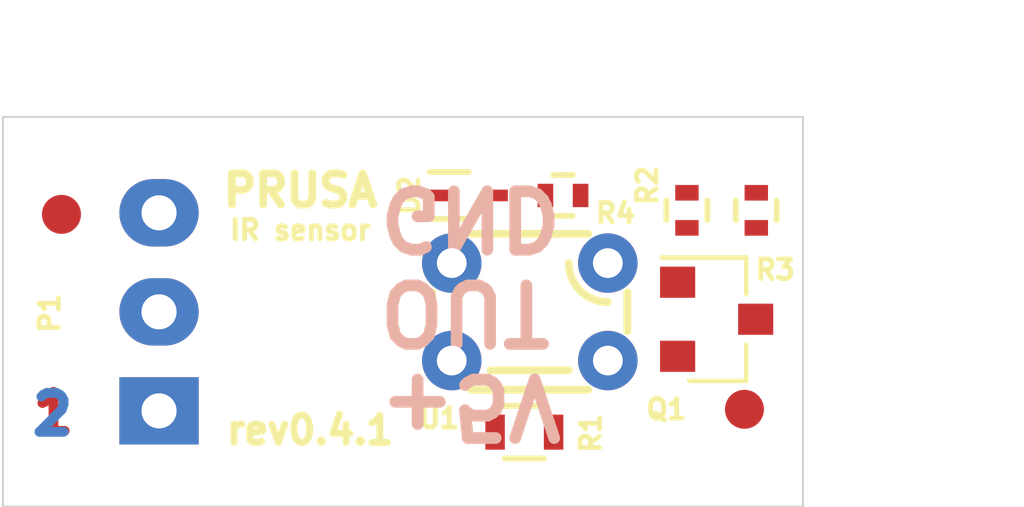
<source format=kicad_pcb>
(kicad_pcb (version 20171130) (host pcbnew 5.1.8+dfsg1-1+b1)

  (general
    (thickness 1.6)
    (drawings 12)
    (tracks 56)
    (zones 0)
    (modules 11)
    (nets 7)
  )

  (page A4)
  (title_block
    (title "IR sensor")
    (date 2020-06-24)
    (rev 0.4.1)
    (company "PRUSA RESEARCH s.r.o")
    (comment 1 http://creativecommons.org/licenses/by-sa/4.0/)
    (comment 2 "Licensed under the Attribution-ShareAlike 4.0 International (CC BY-SA 4.0)")
  )

  (layers
    (0 F.Cu signal)
    (31 B.Cu signal)
    (32 B.Adhes user)
    (33 F.Adhes user)
    (34 B.Paste user)
    (35 F.Paste user)
    (36 B.SilkS user)
    (37 F.SilkS user)
    (38 B.Mask user)
    (39 F.Mask user)
    (40 Dwgs.User user)
    (41 Cmts.User user)
    (42 Eco1.User user)
    (43 Eco2.User user)
    (44 Edge.Cuts user)
    (45 Margin user)
    (46 B.CrtYd user hide)
    (47 F.CrtYd user)
    (48 B.Fab user hide)
    (49 F.Fab user hide)
  )

  (setup
    (last_trace_width 0.25)
    (user_trace_width 0.2)
    (user_trace_width 0.5)
    (trace_clearance 0.2)
    (zone_clearance 0.2)
    (zone_45_only no)
    (trace_min 0.2)
    (via_size 0.8)
    (via_drill 0.4)
    (via_min_size 0.4)
    (via_min_drill 0.3)
    (user_via 1.2 0.5)
    (uvia_size 0.3)
    (uvia_drill 0.1)
    (uvias_allowed no)
    (uvia_min_size 0.2)
    (uvia_min_drill 0.1)
    (edge_width 0.05)
    (segment_width 0.2)
    (pcb_text_width 0.3)
    (pcb_text_size 1.5 1.5)
    (mod_edge_width 0.12)
    (mod_text_size 1 1)
    (mod_text_width 0.15)
    (pad_size 2.032 1.7272)
    (pad_drill 0.9)
    (pad_to_mask_clearance 0.02)
    (solder_mask_min_width 0.25)
    (aux_axis_origin 0 0)
    (visible_elements FFFFFF7F)
    (pcbplotparams
      (layerselection 0x010f8_ffffffff)
      (usegerberextensions true)
      (usegerberattributes false)
      (usegerberadvancedattributes false)
      (creategerberjobfile false)
      (excludeedgelayer true)
      (linewidth 0.100000)
      (plotframeref false)
      (viasonmask false)
      (mode 1)
      (useauxorigin false)
      (hpglpennumber 1)
      (hpglpenspeed 20)
      (hpglpendiameter 15.000000)
      (psnegative false)
      (psa4output false)
      (plotreference true)
      (plotvalue true)
      (plotinvisibletext false)
      (padsonsilk false)
      (subtractmaskfromsilk false)
      (outputformat 1)
      (mirror false)
      (drillshape 0)
      (scaleselection 1)
      (outputdirectory "gerber/"))
  )

  (net 0 "")
  (net 1 "Net-(P1-Pad1)")
  (net 2 "Net-(P1-Pad2)")
  (net 3 "Net-(R1-Pad1)")
  (net 4 "Net-(Q1-Pad1)")
  (net 5 "Net-(D2-Pad1)")
  (net 6 /GND)

  (net_class Default "Toto je výchozí třída sítě."
    (clearance 0.2)
    (trace_width 0.25)
    (via_dia 0.8)
    (via_drill 0.4)
    (uvia_dia 0.3)
    (uvia_drill 0.1)
    (add_net /GND)
    (add_net "Net-(D2-Pad1)")
    (add_net "Net-(P1-Pad1)")
    (add_net "Net-(P1-Pad2)")
    (add_net "Net-(Q1-Pad1)")
    (add_net "Net-(R1-Pad1)")
  )

  (module Resistors_SMD:R_0402 (layer F.Cu) (tedit 58307A8A) (tstamp 5D1DAE39)
    (at 14.351 -6.985)
    (descr "Resistor SMD 0402, reflow soldering, Vishay (see dcrcw.pdf)")
    (tags "resistor 0402")
    (path /5D1DA941)
    (attr smd)
    (fp_text reference R4 (at 1.3462 0.4572) (layer F.SilkS)
      (effects (font (size 0.5 0.5) (thickness 0.15)))
    )
    (fp_text value 56k (at 0 1.8) (layer F.Fab)
      (effects (font (size 1 1) (thickness 0.15)))
    )
    (fp_line (start -0.25 0.525) (end 0.25 0.525) (layer F.SilkS) (width 0.15))
    (fp_line (start 0.25 -0.525) (end -0.25 -0.525) (layer F.SilkS) (width 0.15))
    (fp_line (start 0.95 -0.65) (end 0.95 0.65) (layer F.CrtYd) (width 0.05))
    (fp_line (start -0.95 -0.65) (end -0.95 0.65) (layer F.CrtYd) (width 0.05))
    (fp_line (start -0.95 0.65) (end 0.95 0.65) (layer F.CrtYd) (width 0.05))
    (fp_line (start -0.95 -0.65) (end 0.95 -0.65) (layer F.CrtYd) (width 0.05))
    (fp_line (start -0.5 -0.25) (end 0.5 -0.25) (layer F.Fab) (width 0.1))
    (fp_line (start 0.5 -0.25) (end 0.5 0.25) (layer F.Fab) (width 0.1))
    (fp_line (start 0.5 0.25) (end -0.5 0.25) (layer F.Fab) (width 0.1))
    (fp_line (start -0.5 0.25) (end -0.5 -0.25) (layer F.Fab) (width 0.1))
    (pad 1 smd rect (at -0.45 0) (size 0.4 0.6) (layers F.Cu F.Paste F.Mask)
      (net 5 "Net-(D2-Pad1)"))
    (pad 2 smd rect (at 0.45 0) (size 0.4 0.6) (layers F.Cu F.Paste F.Mask)
      (net 2 "Net-(P1-Pad2)"))
    (model ${KISYS3DMOD}/Resistor_SMD.3dshapes/R_0402_1005Metric.step
      (at (xyz 0 0 0))
      (scale (xyz 1 1 1))
      (rotate (xyz 0 0 0))
    )
  )

  (module Resistors_SMD:R_0402 (layer F.Cu) (tedit 58307A8A) (tstamp 5D1DAE2A)
    (at 19.304 -6.604 90)
    (descr "Resistor SMD 0402, reflow soldering, Vishay (see dcrcw.pdf)")
    (tags "resistor 0402")
    (path /5BE2C39F)
    (attr smd)
    (fp_text reference R3 (at -1.524 0.4826 180) (layer F.SilkS)
      (effects (font (size 0.5 0.5) (thickness 0.15)))
    )
    (fp_text value 10k (at 0 1.8 90) (layer F.Fab)
      (effects (font (size 1 1) (thickness 0.15)))
    )
    (fp_line (start -0.5 0.25) (end -0.5 -0.25) (layer F.Fab) (width 0.1))
    (fp_line (start 0.5 0.25) (end -0.5 0.25) (layer F.Fab) (width 0.1))
    (fp_line (start 0.5 -0.25) (end 0.5 0.25) (layer F.Fab) (width 0.1))
    (fp_line (start -0.5 -0.25) (end 0.5 -0.25) (layer F.Fab) (width 0.1))
    (fp_line (start -0.95 -0.65) (end 0.95 -0.65) (layer F.CrtYd) (width 0.05))
    (fp_line (start -0.95 0.65) (end 0.95 0.65) (layer F.CrtYd) (width 0.05))
    (fp_line (start -0.95 -0.65) (end -0.95 0.65) (layer F.CrtYd) (width 0.05))
    (fp_line (start 0.95 -0.65) (end 0.95 0.65) (layer F.CrtYd) (width 0.05))
    (fp_line (start 0.25 -0.525) (end -0.25 -0.525) (layer F.SilkS) (width 0.15))
    (fp_line (start -0.25 0.525) (end 0.25 0.525) (layer F.SilkS) (width 0.15))
    (pad 2 smd rect (at 0.45 0 90) (size 0.4 0.6) (layers F.Cu F.Paste F.Mask)
      (net 1 "Net-(P1-Pad1)"))
    (pad 1 smd rect (at -0.45 0 90) (size 0.4 0.6) (layers F.Cu F.Paste F.Mask)
      (net 2 "Net-(P1-Pad2)"))
    (model ${KISYS3DMOD}/Resistor_SMD.3dshapes/R_0402_1005Metric.step
      (at (xyz 0 0 0))
      (scale (xyz 1 1 1))
      (rotate (xyz 0 0 0))
    )
  )

  (module Resistors_SMD:R_0402 (layer F.Cu) (tedit 58307A8A) (tstamp 5D1DB41E)
    (at 17.526 -6.604 270)
    (descr "Resistor SMD 0402, reflow soldering, Vishay (see dcrcw.pdf)")
    (tags "resistor 0402")
    (path /5BD6C176)
    (attr smd)
    (fp_text reference R2 (at -0.635 1.016 270) (layer F.SilkS)
      (effects (font (size 0.5 0.5) (thickness 0.15)))
    )
    (fp_text value 10k (at 0 1.8 270) (layer F.Fab)
      (effects (font (size 1 1) (thickness 0.15)))
    )
    (fp_line (start -0.25 0.525) (end 0.25 0.525) (layer F.SilkS) (width 0.15))
    (fp_line (start 0.25 -0.525) (end -0.25 -0.525) (layer F.SilkS) (width 0.15))
    (fp_line (start 0.95 -0.65) (end 0.95 0.65) (layer F.CrtYd) (width 0.05))
    (fp_line (start -0.95 -0.65) (end -0.95 0.65) (layer F.CrtYd) (width 0.05))
    (fp_line (start -0.95 0.65) (end 0.95 0.65) (layer F.CrtYd) (width 0.05))
    (fp_line (start -0.95 -0.65) (end 0.95 -0.65) (layer F.CrtYd) (width 0.05))
    (fp_line (start -0.5 -0.25) (end 0.5 -0.25) (layer F.Fab) (width 0.1))
    (fp_line (start 0.5 -0.25) (end 0.5 0.25) (layer F.Fab) (width 0.1))
    (fp_line (start 0.5 0.25) (end -0.5 0.25) (layer F.Fab) (width 0.1))
    (fp_line (start -0.5 0.25) (end -0.5 -0.25) (layer F.Fab) (width 0.1))
    (pad 1 smd rect (at -0.45 0 270) (size 0.4 0.6) (layers F.Cu F.Paste F.Mask)
      (net 1 "Net-(P1-Pad1)"))
    (pad 2 smd rect (at 0.45 0 270) (size 0.4 0.6) (layers F.Cu F.Paste F.Mask)
      (net 4 "Net-(Q1-Pad1)"))
    (model ${KISYS3DMOD}/Resistor_SMD.3dshapes/R_0402_1005Metric.step
      (at (xyz 0 0 0))
      (scale (xyz 1 1 1))
      (rotate (xyz 0 0 0))
    )
  )

  (module ok1hra:SOD-523-ShortSilk (layer F.Cu) (tedit 5C9A2AB3) (tstamp 5D0CDF26)
    (at 11.938 -6.985)
    (descr "http://www.diodes.com/datasheets/ap02001.pdf p.144")
    (tags "Diode SOD523")
    (path /5D0C3FD7)
    (attr smd)
    (fp_text reference D2 (at -1.524 0 90) (layer F.SilkS)
      (effects (font (size 0.5 0.5) (thickness 0.15)))
    )
    (fp_text value BAT54KFILM (at 0 1.7) (layer F.Fab)
      (effects (font (size 1 1) (thickness 0.15)))
    )
    (fp_line (start 1.25 -0.75) (end 1.25 0.75) (layer F.CrtYd) (width 0.05))
    (fp_line (start -1.25 -0.75) (end 1.25 -0.75) (layer F.CrtYd) (width 0.05))
    (fp_line (start -1.25 0.75) (end -1.25 -0.75) (layer F.CrtYd) (width 0.05))
    (fp_line (start 1.25 0.75) (end -1.25 0.75) (layer F.CrtYd) (width 0.05))
    (fp_line (start 0.1 0) (end 0.25 0) (layer F.Fab) (width 0.15))
    (fp_line (start 0.1 -0.2) (end -0.2 0) (layer F.Fab) (width 0.15))
    (fp_line (start 0.1 0.2) (end 0.1 -0.2) (layer F.Fab) (width 0.15))
    (fp_line (start -0.2 0) (end 0.1 0.2) (layer F.Fab) (width 0.15))
    (fp_line (start -0.2 0) (end -0.35 0) (layer F.Fab) (width 0.15))
    (fp_line (start -0.2 0.2) (end -0.2 -0.2) (layer F.Fab) (width 0.15))
    (fp_line (start 0.6 -0.4) (end 0.6 0.4) (layer F.Fab) (width 0.15))
    (fp_line (start -0.6 -0.4) (end 0.6 -0.4) (layer F.Fab) (width 0.15))
    (fp_line (start -0.6 0.4) (end -0.6 -0.4) (layer F.Fab) (width 0.15))
    (fp_line (start 0.6 0.4) (end -0.6 0.4) (layer F.Fab) (width 0.15))
    (fp_line (start 0.000199 -0.6) (end -1 -0.6) (layer F.SilkS) (width 0.15))
    (fp_line (start -0.01 0.6) (end -1 0.6) (layer F.SilkS) (width 0.15))
    (pad 1 smd rect (at -0.675 0 180) (size 0.65 0.3) (layers F.Cu F.Paste F.Mask)
      (net 5 "Net-(D2-Pad1)"))
    (pad 2 smd rect (at 0.675 0 180) (size 0.65 0.3) (layers F.Cu F.Paste F.Mask)
      (net 6 /GND))
    (model ${KISYS3DMOD}/Diode_SMD.3dshapes/D_SOD-523.step
      (at (xyz 0 0 0))
      (scale (xyz 1 1 1))
      (rotate (xyz 0 0 0))
    )
  )

  (module Fiducials:Fiducial_1mm_Dia_2.54mm_Outer_CopperTop (layer F.Cu) (tedit 0) (tstamp 5C1CE6B1)
    (at 19 -1.5)
    (descr "Circular Fiducial, 1mm bare copper top; 2.54mm keepout")
    (tags marker)
    (attr smd)
    (fp_text reference REF** (at 3.4 0.7) (layer F.SilkS) hide
      (effects (font (size 0.5 0.5) (thickness 0.15)))
    )
    (fp_text value Fiducial_1mm_Dia_2.54mm_Outer_CopperTop (at 0 -1.8) (layer F.Fab)
      (effects (font (size 1 1) (thickness 0.15)))
    )
    (fp_circle (center 0 0) (end 1.55 0) (layer F.CrtYd) (width 0.05))
    (pad ~ smd circle (at 0 0) (size 1 1) (layers F.Cu F.Mask)
      (solder_mask_margin 0.77) (clearance 0.77))
  )

  (module TO_SOT_Packages_SMD:SOT-23 (layer F.Cu) (tedit 583F39EB) (tstamp 5BE18B2F)
    (at 18.288 -3.81)
    (descr "SOT-23, Standard")
    (tags SOT-23)
    (path /5BE32902)
    (attr smd)
    (fp_text reference Q1 (at -1.288 2.31 180) (layer F.SilkS)
      (effects (font (size 0.5 0.5) (thickness 0.15)))
    )
    (fp_text value 2N7002KT1G (at 0 2.5) (layer F.Fab)
      (effects (font (size 1 1) (thickness 0.15)))
    )
    (fp_line (start 0.76 1.58) (end 0.76 0.65) (layer F.SilkS) (width 0.12))
    (fp_line (start 0.76 -1.58) (end 0.76 -0.65) (layer F.SilkS) (width 0.12))
    (fp_line (start 0.7 -1.52) (end 0.7 1.52) (layer F.Fab) (width 0.15))
    (fp_line (start -0.7 1.52) (end 0.7 1.52) (layer F.Fab) (width 0.15))
    (fp_line (start -1.7 -1.75) (end 1.7 -1.75) (layer F.CrtYd) (width 0.05))
    (fp_line (start 1.7 -1.75) (end 1.7 1.75) (layer F.CrtYd) (width 0.05))
    (fp_line (start 1.7 1.75) (end -1.7 1.75) (layer F.CrtYd) (width 0.05))
    (fp_line (start -1.7 1.75) (end -1.7 -1.75) (layer F.CrtYd) (width 0.05))
    (fp_line (start 0.76 -1.58) (end -1.4 -1.58) (layer F.SilkS) (width 0.12))
    (fp_line (start -0.7 -1.52) (end 0.7 -1.52) (layer F.Fab) (width 0.15))
    (fp_line (start -0.7 -1.52) (end -0.7 1.52) (layer F.Fab) (width 0.15))
    (fp_line (start 0.76 1.58) (end -0.7 1.58) (layer F.SilkS) (width 0.12))
    (pad 3 smd rect (at 1 0) (size 0.9 0.8) (layers F.Cu F.Paste F.Mask)
      (net 2 "Net-(P1-Pad2)"))
    (pad 2 smd rect (at -1 0.95) (size 0.9 0.8) (layers F.Cu F.Paste F.Mask)
      (net 6 /GND))
    (pad 1 smd rect (at -1 -0.95) (size 0.9 0.8) (layers F.Cu F.Paste F.Mask)
      (net 4 "Net-(Q1-Pad1)"))
    (model ${KISYS3DMOD}/Package_TO_SOT_SMD.3dshapes/SOT-23.step
      (at (xyz 0 0 0))
      (scale (xyz 1 1 1))
      (rotate (xyz 0 0 0))
    )
  )

  (module Mounting_Holes:MountingHole_2.2mm_M2 (layer F.Cu) (tedit 56D1B4CB) (tstamp 5BDDDE11)
    (at 7.5 -4)
    (descr "Mounting Hole 2.2mm, no annular, M2")
    (tags "mounting hole 2.2mm no annular m2")
    (attr virtual)
    (fp_text reference REF** (at 0 -3.2) (layer F.SilkS) hide
      (effects (font (size 0.5 0.5) (thickness 0.15)))
    )
    (fp_text value MountingHole_2.2mm_M2 (at 0 3.2) (layer F.Fab)
      (effects (font (size 1 1) (thickness 0.15)))
    )
    (fp_circle (center 0 0) (end 2.2 0) (layer Cmts.User) (width 0.15))
    (fp_circle (center 0 0) (end 2.45 0) (layer F.CrtYd) (width 0.05))
    (pad 1 np_thru_hole circle (at 0 0) (size 2.2 2.2) (drill 2.2) (layers *.Cu *.Mask))
  )

  (module ok1hra:IR-EE-SX1103 (layer F.Cu) (tedit 5BE00A7C) (tstamp 5BDF18B2)
    (at 13.5 -4 180)
    (path /5BD7084A)
    (fp_text reference U1 (at 2.324 -2.73 180) (layer F.SilkS)
      (effects (font (size 0.5 0.5) (thickness 0.15)))
    )
    (fp_text value EE-SX1103 (at 0 0 180) (layer F.Fab)
      (effects (font (size 0.5 0.5) (thickness 0.125)))
    )
    (fp_line (start -1.5 -2) (end 1.5 -2) (layer F.SilkS) (width 0.2))
    (fp_line (start 2.5 -0.5) (end 2.5 0.5) (layer F.SilkS) (width 0.2))
    (fp_line (start 1.5 2) (end -1.5 2) (layer F.SilkS) (width 0.2))
    (fp_line (start -2.5 -0.5) (end -2.5 0.5) (layer F.SilkS) (width 0.2))
    (fp_line (start -1 -1.5) (end 1 -1.5) (layer F.SilkS) (width 0.2))
    (fp_line (start -2.921 -2.159) (end 2.921 -2.159) (layer F.CrtYd) (width 0.1))
    (fp_line (start 2.921 -2.159) (end 2.921 2.159) (layer F.CrtYd) (width 0.1))
    (fp_line (start 2.921 2.159) (end -2.921 2.159) (layer F.CrtYd) (width 0.1))
    (fp_line (start -2.921 2.159) (end -2.921 -2.159) (layer F.CrtYd) (width 0.1))
    (fp_arc (start -2 1.25) (end -1 1.25) (angle -90) (layer F.SilkS) (width 0.2))
    (pad 3 thru_hole circle (at 2 -1.25 180) (size 1.524 1.524) (drill 0.762) (layers *.Cu *.Mask)
      (net 6 /GND))
    (pad 4 thru_hole circle (at 2 1.25 180) (size 1.524 1.524) (drill 0.762) (layers *.Cu *.Mask)
      (net 4 "Net-(Q1-Pad1)"))
    (pad 1 thru_hole circle (at -2 1.25 180) (size 1.524 1.524) (drill 0.762) (layers *.Cu *.Mask)
      (net 3 "Net-(R1-Pad1)"))
    (pad 2 thru_hole circle (at -2 -1.25 180) (size 1.524 1.524) (drill 0.762) (layers *.Cu *.Mask)
      (net 6 /GND))
    (model /home/dan/kicad/hra/lib/ok1hra3d/EE-SX1103.step
      (offset (xyz -2.5 -2 0))
      (scale (xyz 1 1 1))
      (rotate (xyz 0 0 0))
    )
  )

  (module Pin_Headers:Pin_Header_Angled_1x03 (layer F.Cu) (tedit 5DC2C4BD) (tstamp 5BE1B3CB)
    (at 4 -1.46 180)
    (descr "Through hole pin header")
    (tags "pin header")
    (path /5BD70990)
    (fp_text reference P1 (at 2.8028 2.507 270) (layer F.SilkS)
      (effects (font (size 0.5 0.5) (thickness 0.15)))
    )
    (fp_text value CONN_01X03 (at 0 -3.1 180) (layer F.Fab)
      (effects (font (size 1 1) (thickness 0.15)))
    )

    (pad 1 thru_hole rect (at 0 0 180) (size 2.032 1.7272) (drill 0.9) (layers *.Cu *.Mask)
      (net 1 "Net-(P1-Pad1)"))
    (pad 2 thru_hole oval (at 0 2.54 180) (size 2.032 1.7272) (drill 0.9) (layers *.Cu *.Mask)
      (net 2 "Net-(P1-Pad2)"))
    (pad 3 thru_hole oval (at 0 5.08 180) (size 2.032 1.7272) (drill 0.9) (layers *.Cu *.Mask)
      (net 5 "Net-(D2-Pad1)"))
    (model ${KISYS3DMOD}/Connector_PinHeader_2.54mm.3dshapes/PinHeader_1x03_P2.54mm_Horizontal.step
      (at (xyz 0 0 0))
      (scale (xyz 1 1 1))
      (rotate (xyz 0 0 0))
    )
  )

  (module Resistors_SMD:R_0603 (layer F.Cu) (tedit 58307A47) (tstamp 5BDDD3B4)
    (at 13.3604 -0.9144 180)
    (descr "Resistor SMD 0603, reflow soldering, Vishay (see dcrcw.pdf)")
    (tags "resistor 0603")
    (path /5BD709E3)
    (attr smd)
    (fp_text reference R1 (at -1.7018 -0.0244 270) (layer F.SilkS)
      (effects (font (size 0.5 0.5) (thickness 0.15)))
    )
    (fp_text value 330R (at 0 1.9 180) (layer F.Fab)
      (effects (font (size 1 1) (thickness 0.15)))
    )
    (fp_line (start -0.5 -0.675) (end 0.5 -0.675) (layer F.SilkS) (width 0.15))
    (fp_line (start 0.5 0.675) (end -0.5 0.675) (layer F.SilkS) (width 0.15))
    (fp_line (start 1.3 -0.8) (end 1.3 0.8) (layer F.CrtYd) (width 0.05))
    (fp_line (start -1.3 -0.8) (end -1.3 0.8) (layer F.CrtYd) (width 0.05))
    (fp_line (start -1.3 0.8) (end 1.3 0.8) (layer F.CrtYd) (width 0.05))
    (fp_line (start -1.3 -0.8) (end 1.3 -0.8) (layer F.CrtYd) (width 0.05))
    (fp_line (start -0.8 -0.4) (end 0.8 -0.4) (layer F.Fab) (width 0.1))
    (fp_line (start 0.8 -0.4) (end 0.8 0.4) (layer F.Fab) (width 0.1))
    (fp_line (start 0.8 0.4) (end -0.8 0.4) (layer F.Fab) (width 0.1))
    (fp_line (start -0.8 0.4) (end -0.8 -0.4) (layer F.Fab) (width 0.1))
    (pad 1 smd rect (at -0.75 0 180) (size 0.5 0.9) (layers F.Cu F.Paste F.Mask)
      (net 3 "Net-(R1-Pad1)"))
    (pad 2 smd rect (at 0.75 0 180) (size 0.5 0.9) (layers F.Cu F.Paste F.Mask)
      (net 1 "Net-(P1-Pad1)"))
    (model ${KISYS3DMOD}/Resistor_SMD.3dshapes/R_0603_1608Metric.step
      (at (xyz 0 0 0))
      (scale (xyz 1 1 1))
      (rotate (xyz 0 0 0))
    )
  )

  (module Fiducials:Fiducial_1mm_Dia_2.54mm_Outer_CopperTop (layer F.Cu) (tedit 0) (tstamp 5C1CE60C)
    (at 1.5 -6.5)
    (descr "Circular Fiducial, 1mm bare copper top; 2.54mm keepout")
    (tags marker)
    (attr smd)
    (fp_text reference REF** (at 3.4 0.7) (layer F.SilkS) hide
      (effects (font (size 0.5 0.5) (thickness 0.15)))
    )
    (fp_text value Fiducial_1mm_Dia_2.54mm_Outer_CopperTop (at 0 -1.8) (layer F.Fab)
      (effects (font (size 1 1) (thickness 0.15)))
    )
    (fp_circle (center 0 0) (end 1.55 0) (layer F.CrtYd) (width 0.05))
    (pad ~ smd circle (at 0 0) (size 1 1) (layers F.Cu F.Mask)
      (solder_mask_margin 0.77) (clearance 0.77))
  )

  (gr_text 2 (at 1.27 -1.3716) (layer B.Cu)
    (effects (font (size 1 1) (thickness 0.25)))
  )
  (gr_text 1 (at 1.2954 -1.397) (layer F.Cu)
    (effects (font (size 1 1) (thickness 0.25)))
  )
  (gr_text rev0.4.1 (at 7.874 -0.9652) (layer F.SilkS) (tstamp 5BE18FD3)
    (effects (font (size 0.7 0.7) (thickness 0.175)))
  )
  (gr_text "IR sensor" (at 7.62 -6.096) (layer F.SilkS) (tstamp 5BDC1B52)
    (effects (font (size 0.5 0.5) (thickness 0.125)))
  )
  (gr_text PRUSA (at 7.62 -7.112) (layer F.SilkS)
    (effects (font (size 0.8 0.8) (thickness 0.2)))
  )
  (gr_text "+5V\nOUT\nGND" (at 9.5 -4 180) (layer B.SilkS)
    (effects (font (size 1.5 1.5) (thickness 0.3)) (justify left mirror))
  )
  (dimension 20.5 (width 0.15) (layer Margin)
    (gr_text "20,500 mm" (at 10.25 -11.3) (layer Margin)
      (effects (font (size 1 1) (thickness 0.15)))
    )
    (feature1 (pts (xy 20.5 -8) (xy 20.5 -10.586421)))
    (feature2 (pts (xy 0 -8) (xy 0 -10.586421)))
    (crossbar (pts (xy 0 -10) (xy 20.5 -10)))
    (arrow1a (pts (xy 20.5 -10) (xy 19.373496 -9.413579)))
    (arrow1b (pts (xy 20.5 -10) (xy 19.373496 -10.586421)))
    (arrow2a (pts (xy 0 -10) (xy 1.126504 -9.413579)))
    (arrow2b (pts (xy 0 -10) (xy 1.126504 -10.586421)))
  )
  (dimension 8 (width 0.15) (layer Margin)
    (gr_text "8,000 mm" (at 24.8 -4 90) (layer Margin)
      (effects (font (size 1 1) (thickness 0.15)))
    )
    (feature1 (pts (xy 20.5 -8) (xy 24.086421 -8)))
    (feature2 (pts (xy 20.5 0) (xy 24.086421 0)))
    (crossbar (pts (xy 23.5 0) (xy 23.5 -8)))
    (arrow1a (pts (xy 23.5 -8) (xy 24.086421 -6.873496)))
    (arrow1b (pts (xy 23.5 -8) (xy 22.913579 -6.873496)))
    (arrow2a (pts (xy 23.5 0) (xy 24.086421 -1.126504)))
    (arrow2b (pts (xy 23.5 0) (xy 22.913579 -1.126504)))
  )
  (gr_line (start 0 1) (end 0 -9) (layer Edge.Cuts) (width 0.05))
  (gr_line (start 20.5 1) (end 0 1) (layer Edge.Cuts) (width 0.05))
  (gr_line (start 20.5 -9) (end 20.5 1) (layer Edge.Cuts) (width 0.05))
  (gr_line (start 0 -9) (end 20.5 -9) (layer Edge.Cuts) (width 0.05))

)

</source>
